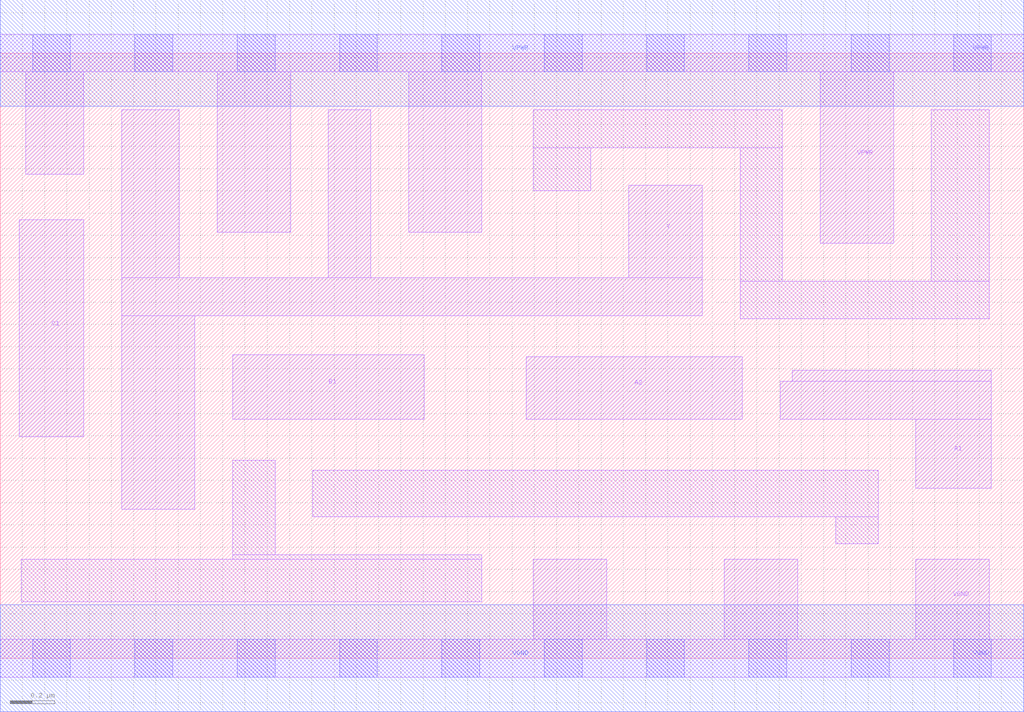
<source format=lef>
# Copyright 2020 The SkyWater PDK Authors
#
# Licensed under the Apache License, Version 2.0 (the "License");
# you may not use this file except in compliance with the License.
# You may obtain a copy of the License at
#
#     https://www.apache.org/licenses/LICENSE-2.0
#
# Unless required by applicable law or agreed to in writing, software
# distributed under the License is distributed on an "AS IS" BASIS,
# WITHOUT WARRANTIES OR CONDITIONS OF ANY KIND, either express or implied.
# See the License for the specific language governing permissions and
# limitations under the License.
#
# SPDX-License-Identifier: Apache-2.0

VERSION 5.7 ;
  NAMESCASESENSITIVE ON ;
  NOWIREEXTENSIONATPIN ON ;
  DIVIDERCHAR "/" ;
  BUSBITCHARS "[]" ;
UNITS
  DATABASE MICRONS 200 ;
END UNITS
MACRO sky130_fd_sc_hd__o211ai_2
  CLASS CORE ;
  SOURCE USER ;
  FOREIGN sky130_fd_sc_hd__o211ai_2 ;
  ORIGIN  0.000000  0.000000 ;
  SIZE  4.600000 BY  2.720000 ;
  SYMMETRY X Y R90 ;
  SITE unithd ;
  PIN A1
    ANTENNAGATEAREA  0.495000 ;
    DIRECTION INPUT ;
    USE SIGNAL ;
    PORT
      LAYER li1 ;
        RECT 3.505000 1.075000 4.455000 1.245000 ;
        RECT 3.560000 1.245000 4.455000 1.295000 ;
        RECT 4.115000 0.765000 4.455000 1.075000 ;
    END
  END A1
  PIN A2
    ANTENNAGATEAREA  0.495000 ;
    DIRECTION INPUT ;
    USE SIGNAL ;
    PORT
      LAYER li1 ;
        RECT 2.365000 1.075000 3.335000 1.355000 ;
    END
  END A2
  PIN B1
    ANTENNAGATEAREA  0.495000 ;
    DIRECTION INPUT ;
    USE SIGNAL ;
    PORT
      LAYER li1 ;
        RECT 1.045000 1.075000 1.905000 1.365000 ;
    END
  END B1
  PIN C1
    ANTENNAGATEAREA  0.495000 ;
    DIRECTION INPUT ;
    USE SIGNAL ;
    PORT
      LAYER li1 ;
        RECT 0.085000 0.995000 0.375000 1.970000 ;
    END
  END C1
  PIN Y
    ANTENNADIFFAREA  1.022000 ;
    DIRECTION OUTPUT ;
    USE SIGNAL ;
    PORT
      LAYER li1 ;
        RECT 0.545000 0.670000 0.875000 1.540000 ;
        RECT 0.545000 1.540000 3.155000 1.710000 ;
        RECT 0.545000 1.710000 0.805000 2.465000 ;
        RECT 1.475000 1.710000 1.665000 2.465000 ;
        RECT 2.825000 1.710000 3.155000 2.125000 ;
    END
  END Y
  PIN VGND
    DIRECTION INOUT ;
    SHAPE ABUTMENT ;
    USE GROUND ;
    PORT
      LAYER li1 ;
        RECT 0.000000 -0.085000 4.600000 0.085000 ;
        RECT 2.395000  0.085000 2.725000 0.445000 ;
        RECT 3.255000  0.085000 3.585000 0.445000 ;
        RECT 4.115000  0.085000 4.445000 0.445000 ;
      LAYER mcon ;
        RECT 0.145000 -0.085000 0.315000 0.085000 ;
        RECT 0.605000 -0.085000 0.775000 0.085000 ;
        RECT 1.065000 -0.085000 1.235000 0.085000 ;
        RECT 1.525000 -0.085000 1.695000 0.085000 ;
        RECT 1.985000 -0.085000 2.155000 0.085000 ;
        RECT 2.445000 -0.085000 2.615000 0.085000 ;
        RECT 2.905000 -0.085000 3.075000 0.085000 ;
        RECT 3.365000 -0.085000 3.535000 0.085000 ;
        RECT 3.825000 -0.085000 3.995000 0.085000 ;
        RECT 4.285000 -0.085000 4.455000 0.085000 ;
      LAYER met1 ;
        RECT 0.000000 -0.240000 4.600000 0.240000 ;
    END
  END VGND
  PIN VPWR
    DIRECTION INOUT ;
    SHAPE ABUTMENT ;
    USE POWER ;
    PORT
      LAYER li1 ;
        RECT 0.000000 2.635000 4.600000 2.805000 ;
        RECT 0.115000 2.175000 0.375000 2.635000 ;
        RECT 0.975000 1.915000 1.305000 2.635000 ;
        RECT 1.835000 1.915000 2.165000 2.635000 ;
        RECT 3.685000 1.865000 4.015000 2.635000 ;
      LAYER mcon ;
        RECT 0.145000 2.635000 0.315000 2.805000 ;
        RECT 0.605000 2.635000 0.775000 2.805000 ;
        RECT 1.065000 2.635000 1.235000 2.805000 ;
        RECT 1.525000 2.635000 1.695000 2.805000 ;
        RECT 1.985000 2.635000 2.155000 2.805000 ;
        RECT 2.445000 2.635000 2.615000 2.805000 ;
        RECT 2.905000 2.635000 3.075000 2.805000 ;
        RECT 3.365000 2.635000 3.535000 2.805000 ;
        RECT 3.825000 2.635000 3.995000 2.805000 ;
        RECT 4.285000 2.635000 4.455000 2.805000 ;
      LAYER met1 ;
        RECT 0.000000 2.480000 4.600000 2.960000 ;
    END
  END VPWR
  OBS
    LAYER li1 ;
      RECT 0.095000 0.255000 2.165000 0.445000 ;
      RECT 1.045000 0.445000 2.165000 0.465000 ;
      RECT 1.045000 0.465000 1.235000 0.890000 ;
      RECT 1.405000 0.635000 3.945000 0.845000 ;
      RECT 2.395000 2.100000 2.655000 2.295000 ;
      RECT 2.395000 2.295000 3.515000 2.465000 ;
      RECT 3.325000 1.525000 4.445000 1.695000 ;
      RECT 3.325000 1.695000 3.515000 2.295000 ;
      RECT 3.755000 0.515000 3.945000 0.635000 ;
      RECT 4.185000 1.695000 4.445000 2.465000 ;
  END
END sky130_fd_sc_hd__o211ai_2
END LIBRARY

</source>
